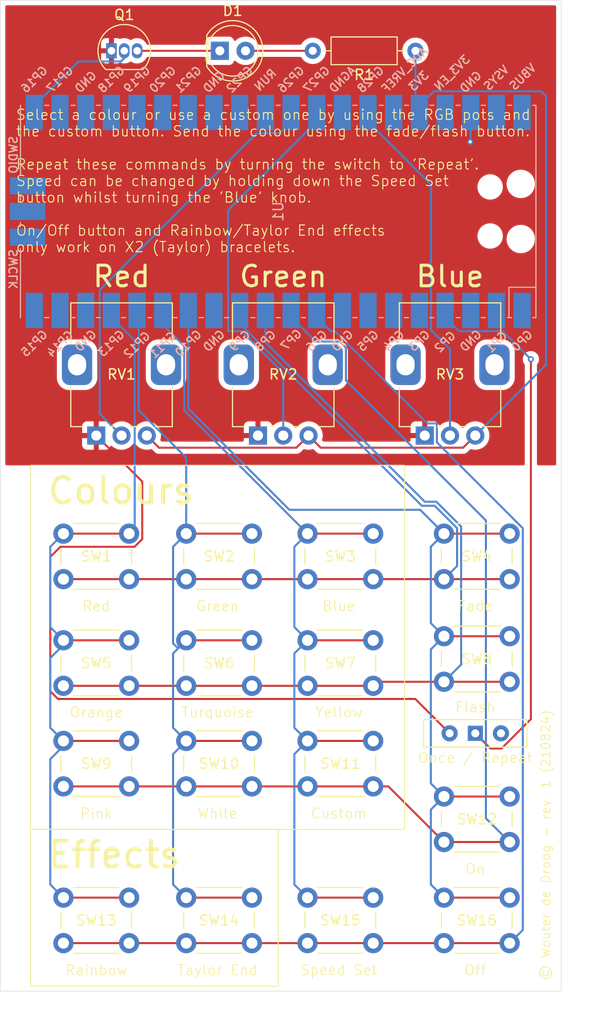
<source format=kicad_pcb>
(kicad_pcb (version 20240108) (generator "pcbnew") (generator_version "8.0")
  (layers (0 "F.Cu" signal) (31 "B.Cu" signal) (34 "B.Paste" user) (35 "F.Paste" user) (36 "B.SilkS" user "B.Silkscreen") (37 "F.SilkS" user "F.Silkscreen") (38 "B.Mask" user) (39 "F.Mask" user) (44 "Edge.Cuts" user))
  (net 0 "")
  (net 1 "Net-(D1-A)")
  (net 2 "Net-(D1-K)")
  (net 3 "GND")
  (net 4 "/LED_SIG")
  (net 5 "/POT_R")
  (net 6 "/POT_G")
  (net 7 "/POT_B")
  (net 8 "/MTX_ROW1")
  (net 15 "/MTX_COL1")
  (net 19 "/MTX_COL2")
  (net 24 "/MTX_COL3")
  (net 26 "/MTX_COL4")
  (net 30 "+3.3V")
  (net 31 "/MTX_ROW2")
  (net 32 "/MTX_ROW3")
  (net 33 "/MTX_ROW4")
  (net 46 "/SW_ONCE_REPEAT")
  (footprint "Pixxy library:Potentiometer_Alps_RK09K_Single_Vertical" (layer "F.Cu") (at 83 76.55 90)
    (property "Reference" "RV3" (at 6.05 2.5 180) (layer "F.SilkS"))
    (property "Value" "RV_BLUE")
    (pad "1" thru_hole rect (at 0 0 90) (size 1.8 1.8) (drill 1) (layers "*.Cu" "*.Mask") (net 3 "GND"))
    (pad "2" thru_hole circle (at 0 2.5 90) (size 1.8 1.8) (drill 1) (layers "*.Cu" "*.Mask") (net 7 "/POT_B"))
    (pad "3" thru_hole circle (at 0 5 90) (size 1.8 1.8) (drill 1) (layers "*.Cu" "*.Mask") (net 30 "+3.3V"))
    (pad "MP" thru_hole roundrect (at 7 -1.9 90) (size 4 3) (drill oval 2.1 1.8) (layers "*.Cu" "*.Mask"))
    (pad "MP" thru_hole roundrect (at 7 6.9 90) (size 4 3) (drill oval 2.1 1.8) (layers "*.Cu" "*.Mask"))
  )
  (footprint "Button_Switch_THT:SW_PUSH_6mm" (layer "F.Cu") (at 59.4 86.25)
    (property "Reference" "SW2" (at 3.25 2.25 0) (layer "F.SilkS"))
    (property "Value" "~")
    (pad "1" thru_hole circle (at 0 0 90) (size 2 2) (drill 1.1) (layers "*.Cu" "*.Mask") (net 19 "/MTX_COL2"))
    (pad "1" thru_hole circle (at 6.5 0 90) (size 2 2) (drill 1.1) (layers "*.Cu" "*.Mask") (net 19 "/MTX_COL2"))
    (pad "2" thru_hole circle (at 0 4.5 90) (size 2 2) (drill 1.1) (layers "*.Cu" "*.Mask") (net 8 "/MTX_ROW1"))
    (pad "2" thru_hole circle (at 6.5 4.5 90) (size 2 2) (drill 1.1) (layers "*.Cu" "*.Mask") (net 8 "/MTX_ROW1"))
  )
  (footprint "Button_Switch_THT:SW_PUSH_6mm" (layer "F.Cu") (at 47.25 96.8)
    (property "Reference" "SW5" (at 3.25 2.25 0) (layer "F.SilkS"))
    (property "Value" "~")
    (pad "1" thru_hole circle (at 0 0 90) (size 2 2) (drill 1.1) (layers "*.Cu" "*.Mask") (net 15 "/MTX_COL1"))
    (pad "1" thru_hole circle (at 6.5 0 90) (size 2 2) (drill 1.1) (layers "*.Cu" "*.Mask") (net 15 "/MTX_COL1"))
    (pad "2" thru_hole circle (at 0 4.5 90) (size 2 2) (drill 1.1) (layers "*.Cu" "*.Mask") (net 31 "/MTX_ROW2"))
    (pad "2" thru_hole circle (at 6.5 4.5 90) (size 2 2) (drill 1.1) (layers "*.Cu" "*.Mask") (net 31 "/MTX_ROW2"))
  )
  (footprint "Button_Switch_THT:SW_Slide-03_Wuerth-WS-SLTV_10x2.5x6.4_P2.54mm" (layer "F.Cu") (at 88 106)
    (property "Reference" "SW17" (hide yes))
    (property "Value" "SW_SPDT")
    (pad "1" thru_hole rect (at 0 0) (size 1.5 1.5) (drill 0.8) (layers "*.Cu" "*.Mask") (net 46 "/SW_ONCE_REPEAT"))
    (pad "2" thru_hole circle (at -2.54 0) (size 1.6 1.6) (drill 0.8) (layers "*.Cu" "*.Mask") (net 3 "GND"))
    (pad "3" thru_hole circle (at 2.54 0) (size 1.6 1.6) (drill 0.8) (layers "*.Cu" "*.Mask"))
  )
  (footprint "Button_Switch_THT:SW_PUSH_6mm" (layer "F.Cu") (at 59.4 96.8)
    (property "Reference" "SW6" (at 3.25 2.25 0) (layer "F.SilkS"))
    (property "Value" "~")
    (pad "1" thru_hole circle (at 0 0 90) (size 2 2) (drill 1.1) (layers "*.Cu" "*.Mask") (net 19 "/MTX_COL2"))
    (pad "1" thru_hole circle (at 6.5 0 90) (size 2 2) (drill 1.1) (layers "*.Cu" "*.Mask") (net 19 "/MTX_COL2"))
    (pad "2" thru_hole circle (at 0 4.5 90) (size 2 2) (drill 1.1) (layers "*.Cu" "*.Mask") (net 31 "/MTX_ROW2"))
    (pad "2" thru_hole circle (at 6.5 4.5 90) (size 2 2) (drill 1.1) (layers "*.Cu" "*.Mask") (net 31 "/MTX_ROW2"))
  )
  (footprint "Button_Switch_THT:SW_PUSH_6mm" (layer "F.Cu") (at 84.9 112.25)
    (property "Reference" "SW12" (at 3.25 2.25 0) (layer "F.SilkS"))
    (property "Value" "~")
    (pad "1" thru_hole circle (at 0 0 90) (size 2 2) (drill 1.1) (layers "*.Cu" "*.Mask") (net 26 "/MTX_COL4"))
    (pad "1" thru_hole circle (at 6.5 0 90) (size 2 2) (drill 1.1) (layers "*.Cu" "*.Mask") (net 26 "/MTX_COL4"))
    (pad "2" thru_hole circle (at 0 4.5 90) (size 2 2) (drill 1.1) (layers "*.Cu" "*.Mask") (net 32 "/MTX_ROW3"))
    (pad "2" thru_hole circle (at 6.5 4.5 90) (size 2 2) (drill 1.1) (layers "*.Cu" "*.Mask") (net 32 "/MTX_ROW3"))
  )
  (footprint "Package_TO_SOT_THT:TO-92_Inline" (layer "F.Cu") (at 52 38.5)
    (property "Reference" "Q1" (at 1.27 -3.56 0) (layer "F.SilkS"))
    (property "Value" "2N3904")
    (pad "1" thru_hole rect (at 0 0) (size 1.05 1.5) (drill 0.75) (layers "*.Cu" "*.Mask") (net 3 "GND"))
    (pad "2" thru_hole oval (at 1.27 0) (size 1.05 1.5) (drill 0.75) (layers "*.Cu" "*.Mask") (net 4 "/LED_SIG"))
    (pad "3" thru_hole oval (at 2.54 0) (size 1.05 1.5) (drill 0.75) (layers "*.Cu" "*.Mask") (net 2 "Net-(D1-K)"))
  )
  (footprint "Pixxy library:Potentiometer_Alps_RK09K_Single_Vertical" (layer "F.Cu") (at 66.5 76.55 90)
    (property "Reference" "RV2" (at 6.05 2.5 180) (layer "F.SilkS"))
    (property "Value" "RV_GREEN")
    (pad "1" thru_hole rect (at 0 0 90) (size 1.8 1.8) (drill 1) (layers "*.Cu" "*.Mask") (net 3 "GND"))
    (pad "2" thru_hole circle (at 0 2.5 90) (size 1.8 1.8) (drill 1) (layers "*.Cu" "*.Mask") (net 6 "/POT_G"))
    (pad "3" thru_hole circle (at 0 5 90) (size 1.8 1.8) (drill 1) (layers "*.Cu" "*.Mask") (net 30 "+3.3V"))
    (pad "MP" thru_hole roundrect (at 7 -1.9 90) (size 4 3) (drill oval 2.1 1.8) (layers "*.Cu" "*.Mask"))
    (pad "MP" thru_hole roundrect (at 7 6.9 90) (size 4 3) (drill oval 2.1 1.8) (layers "*.Cu" "*.Mask"))
  )
  (footprint "Button_Switch_THT:SW_PUSH_6mm" (layer "F.Cu") (at 84.9 86.25)
    (property "Reference" "SW4" (at 3.25 2.25 0) (layer "F.SilkS"))
    (property "Value" "~")
    (pad "1" thru_hole circle (at 0 0 90) (size 2 2) (drill 1.1) (layers "*.Cu" "*.Mask") (net 26 "/MTX_COL4"))
    (pad "1" thru_hole circle (at 6.5 0 90) (size 2 2) (drill 1.1) (layers "*.Cu" "*.Mask") (net 26 "/MTX_COL4"))
    (pad "2" thru_hole circle (at 0 4.5 90) (size 2 2) (drill 1.1) (layers "*.Cu" "*.Mask") (net 8 "/MTX_ROW1"))
    (pad "2" thru_hole circle (at 6.5 4.5 90) (size 2 2) (drill 1.1) (layers "*.Cu" "*.Mask") (net 8 "/MTX_ROW1"))
  )
  (footprint "LED_THT:LED_D5.0mm_IRGrey" (layer "F.Cu") (at 62.725 38.5)
    (property "Reference" "D1" (at 1.27 -3.96 0) (layer "F.SilkS"))
    (property "Value" "LD271")
    (pad "1" thru_hole rect (at 0 0) (size 1.8 1.8) (drill 0.9) (layers "*.Cu" "*.Mask") (net 2 "Net-(D1-K)"))
    (pad "2" thru_hole circle (at 2.54 0) (size 1.8 1.8) (drill 0.9) (layers "*.Cu" "*.Mask") (net 1 "Net-(D1-A)"))
  )
  (footprint "Button_Switch_THT:SW_PUSH_6mm" (layer "F.Cu") (at 71.4 122.25)
    (property "Reference" "SW15" (at 3.25 2.25 0) (layer "F.SilkS"))
    (property "Value" "~")
    (pad "1" thru_hole circle (at 0 0 90) (size 2 2) (drill 1.1) (layers "*.Cu" "*.Mask") (net 24 "/MTX_COL3"))
    (pad "1" thru_hole circle (at 6.5 0 90) (size 2 2) (drill 1.1) (layers "*.Cu" "*.Mask") (net 24 "/MTX_COL3"))
    (pad "2" thru_hole circle (at 0 4.5 90) (size 2 2) (drill 1.1) (layers "*.Cu" "*.Mask") (net 33 "/MTX_ROW4"))
    (pad "2" thru_hole circle (at 6.5 4.5 90) (size 2 2) (drill 1.1) (layers "*.Cu" "*.Mask") (net 33 "/MTX_ROW4"))
  )
  (footprint "Button_Switch_THT:SW_PUSH_6mm" (layer "F.Cu") (at 47.25 86.25)
    (property "Reference" "SW1" (at 3.25 2.25 0) (layer "F.SilkS"))
    (property "Value" "~")
    (pad "1" thru_hole circle (at 0 0 90) (size 2 2) (drill 1.1) (layers "*.Cu" "*.Mask") (net 15 "/MTX_COL1"))
    (pad "1" thru_hole circle (at 6.5 0 90) (size 2 2) (drill 1.1) (layers "*.Cu" "*.Mask") (net 15 "/MTX_COL1"))
    (pad "2" thru_hole circle (at 0 4.5 90) (size 2 2) (drill 1.1) (layers "*.Cu" "*.Mask") (net 8 "/MTX_ROW1"))
    (pad "2" thru_hole circle (at 6.5 4.5 90) (size 2 2) (drill 1.1) (layers "*.Cu" "*.Mask") (net 8 "/MTX_ROW1"))
  )
  (footprint "Button_Switch_THT:SW_PUSH_6mm" (layer "F.Cu") (at 71.4 86.25)
    (property "Reference" "SW3" (at 3.25 2.25 0) (layer "F.SilkS"))
    (property "Value" "~")
    (pad "1" thru_hole circle (at 0 0 90) (size 2 2) (drill 1.1) (layers "*.Cu" "*.Mask") (net 24 "/MTX_COL3"))
    (pad "1" thru_hole circle (at 6.5 0 90) (size 2 2) (drill 1.1) (layers "*.Cu" "*.Mask") (net 24 "/MTX_COL3"))
    (pad "2" thru_hole circle (at 0 4.5 90) (size 2 2) (drill 1.1) (layers "*.Cu" "*.Mask") (net 8 "/MTX_ROW1"))
    (pad "2" thru_hole circle (at 6.5 4.5 90) (size 2 2) (drill 1.1) (layers "*.Cu" "*.Mask") (net 8 "/MTX_ROW1"))
  )
  (footprint "Button_Switch_THT:SW_PUSH_6mm" (layer "F.Cu") (at 59.4 106.75)
    (property "Reference" "SW10" (at 3.25 2.25 0) (layer "F.SilkS"))
    (property "Value" "~")
    (pad "1" thru_hole circle (at 0 0 90) (size 2 2) (drill 1.1) (layers "*.Cu" "*.Mask") (net 19 "/MTX_COL2"))
    (pad "1" thru_hole circle (at 6.5 0 90) (size 2 2) (drill 1.1) (layers "*.Cu" "*.Mask") (net 19 "/MTX_COL2"))
    (pad "2" thru_hole circle (at 0 4.5 90) (size 2 2) (drill 1.1) (layers "*.Cu" "*.Mask") (net 32 "/MTX_ROW3"))
    (pad "2" thru_hole circle (at 6.5 4.5 90) (size 2 2) (drill 1.1) (layers "*.Cu" "*.Mask") (net 32 "/MTX_ROW3"))
  )
  (footprint "Button_Switch_THT:SW_PUSH_6mm" (layer "F.Cu") (at 71.4 106.75)
    (property "Reference" "SW11" (at 3.25 2.25 0) (layer "F.SilkS"))
    (property "Value" "~")
    (pad "1" thru_hole circle (at 0 0 90) (size 2 2) (drill 1.1) (layers "*.Cu" "*.Mask") (net 24 "/MTX_COL3"))
    (pad "1" thru_hole circle (at 6.5 0 90) (size 2 2) (drill 1.1) (layers "*.Cu" "*.Mask") (net 24 "/MTX_COL3"))
    (pad "2" thru_hole circle (at 0 4.5 90) (size 2 2) (drill 1.1) (layers "*.Cu" "*.Mask") (net 32 "/MTX_ROW3"))
    (pad "2" thru_hole circle (at 6.5 4.5 90) (size 2 2) (drill 1.1) (layers "*.Cu" "*.Mask") (net 32 "/MTX_ROW3"))
  )
  (footprint "Button_Switch_THT:SW_PUSH_6mm" (layer "F.Cu") (at 84.9 122.25)
    (property "Reference" "SW16" (at 3.25 2.25 0) (layer "F.SilkS"))
    (property "Value" "~")
    (pad "1" thru_hole circle (at 0 0 90) (size 2 2) (drill 1.1) (layers "*.Cu" "*.Mask") (net 26 "/MTX_COL4"))
    (pad "1" thru_hole circle (at 6.5 0 90) (size 2 2) (drill 1.1) (layers "*.Cu" "*.Mask") (net 26 "/MTX_COL4"))
    (pad "2" thru_hole circle (at 0 4.5 90) (size 2 2) (drill 1.1) (layers "*.Cu" "*.Mask") (net 33 "/MTX_ROW4"))
    (pad "2" thru_hole circle (at 6.5 4.5 90) (size 2 2) (drill 1.1) (layers "*.Cu" "*.Mask") (net 33 "/MTX_ROW4"))
  )
  (footprint "Pixxy library:Potentiometer_Alps_RK09K_Single_Vertical" (layer "F.Cu") (at 50.5 76.55 90)
    (property "Reference" "RV1" (at 6.05 2.5 180) (layer "F.SilkS"))
    (property "Value" "RV_RED")
    (pad "1" thru_hole rect (at 0 0 90) (size 1.8 1.8) (drill 1) (layers "*.Cu" "*.Mask") (net 3 "GND"))
    (pad "2" thru_hole circle (at 0 2.5 90) (size 1.8 1.8) (drill 1) (layers "*.Cu" "*.Mask") (net 5 "/POT_R"))
    (pad "3" thru_hole circle (at 0 5 90) (size 1.8 1.8) (drill 1) (layers "*.Cu" "*.Mask") (net 30 "+3.3V"))
    (pad "MP" thru_hole roundrect (at 7 -1.9 90) (size 4 3) (drill oval 2.1 1.8) (layers "*.Cu" "*.Mask"))
    (pad "MP" thru_hole roundrect (at 7 6.9 90) (size 4 3) (drill oval 2.1 1.8) (layers "*.Cu" "*.Mask"))
  )
  (footprint "Button_Switch_THT:SW_PUSH_6mm" (layer "F.Cu") (at 47.25 122.25)
    (property "Reference" "SW13" (at 3.25 2.25 0) (layer "F.SilkS"))
    (property "Value" "~")
    (pad "1" thru_hole circle (at 0 0 90) (size 2 2) (drill 1.1) (layers "*.Cu" "*.Mask") (net 15 "/MTX_COL1"))
    (pad "1" thru_hole circle (at 6.5 0 90) (size 2 2) (drill 1.1) (layers "*.Cu" "*.Mask") (net 15 "/MTX_COL1"))
    (pad "2" thru_hole circle (at 0 4.5 90) (size 2 2) (drill 1.1) (layers "*.Cu" "*.Mask") (net 33 "/MTX_ROW4"))
    (pad "2" thru_hole circle (at 6.5 4.5 90) (size 2 2) (drill 1.1) (layers "*.Cu" "*.Mask") (net 33 "/MTX_ROW4"))
  )
  (footprint "Button_Switch_THT:SW_PUSH_6mm" (layer "F.Cu") (at 84.9 96.4)
    (property "Reference" "SW8" (at 3.25 2.25 0) (layer "F.SilkS"))
    (property "Value" "~")
    (pad "1" thru_hole circle (at 0 0 90) (size 2 2) (drill 1.1) (layers "*.Cu" "*.Mask") (net 26 "/MTX_COL4"))
    (pad "1" thru_hole circle (at 6.5 0 90) (size 2 2) (drill 1.1) (layers "*.Cu" "*.Mask") (net 26 "/MTX_COL4"))
    (pad "2" thru_hole circle (at 0 4.5 90) (size 2 2) (drill 1.1) (layers "*.Cu" "*.Mask") (net 31 "/MTX_ROW2"))
    (pad "2" thru_hole circle (at 6.5 4.5 90) (size 2 2) (drill 1.1) (layers "*.Cu" "*.Mask") (net 31 "/MTX_ROW2"))
  )
  (footprint "Button_Switch_THT:SW_PUSH_6mm" (layer "F.Cu") (at 71.4 96.8)
    (property "Reference" "SW7" (at 3.25 2.25 0) (layer "F.SilkS"))
    (property "Value" "~")
    (pad "1" thru_hole circle (at 0 0 90) (size 2 2) (drill 1.1) (layers "*.Cu" "*.Mask") (net 24 "/MTX_COL3"))
    (pad "1" thru_hole circle (at 6.5 0 90) (size 2 2) (drill 1.1) (layers "*.Cu" "*.Mask") (net 24 "/MTX_COL3"))
    (pad "2" thru_hole circle (at 0 4.5 90) (size 2 2) (drill 1.1) (layers "*.Cu" "*.Mask") (net 31 "/MTX_ROW2"))
    (pad "2" thru_hole circle (at 6.5 4.5 90) (size 2 2) (drill 1.1) (layers "*.Cu" "*.Mask") (net 31 "/MTX_ROW2"))
  )
  (footprint "Button_Switch_THT:SW_PUSH_6mm" (layer "F.Cu") (at 59.4 122.25)
    (property "Reference" "SW14" (at 3.25 2.25 0) (layer "F.SilkS"))
    (property "Value" "~")
    (pad "1" thru_hole circle (at 0 0 90) (size 2 2) (drill 1.1) (layers "*.Cu" "*.Mask") (net 19 "/MTX_COL2"))
    (pad "1" thru_hole circle (at 6.5 0 90) (size 2 2) (drill 1.1) (layers "*.Cu" "*.Mask") (net 19 "/MTX_COL2"))
    (pad "2" thru_hole circle (at 0 4.5 90) (size 2 2) (drill 1.1) (layers "*.Cu" "*.Mask") (net 33 "/MTX_ROW4"))
    (pad "2" thru_hole circle (at 6.5 4.5 90) (size 2 2) (drill 1.1) (layers "*.Cu" "*.Mask") (net 33 "/MTX_ROW4"))
  )
  (footprint "Resistor_THT:R_Axial_DIN0207_L6.3mm_D2.5mm_P10.16mm_Horizontal" (layer "F.Cu") (at 82.08 38.5 180)
    (property "Reference" "R1" (at 5.08 -2.37 0) (layer "F.SilkS"))
    (property "Value" "10R")
    (pad "1" thru_hole circle (at 0 0 180) (size 1.6 1.6) (drill 0.8) (layers "*.Cu" "*.Mask") (net 30 "+3.3V"))
    (pad "2" thru_hole oval (at 10.16 0 180) (size 1.6 1.6) (drill 0.8) (layers "*.Cu" "*.Mask") (net 1 "Net-(D1-A)"))
  )
  (footprint "Button_Switch_THT:SW_PUSH_6mm" (layer "F.Cu") (at 47.25 106.75)
    (property "Reference" "SW9" (at 3.25 2.25 0) (layer "F.SilkS"))
    (property "Value" "~")
    (pad "1" thru_hole circle (at 0 0 90) (size 2 2) (drill 1.1) (layers "*.Cu" "*.Mask") (net 15 "/MTX_COL1"))
    (pad "1" thru_hole circle (at 6.5 0 90) (size 2 2) (drill 1.1) (layers "*.Cu" "*.Mask") (net 15 "/MTX_COL1"))
    (pad "2" thru_hole circle (at 0 4.5 90) (size 2 2) (drill 1.1) (layers "*.Cu" "*.Mask") (net 32 "/MTX_ROW3"))
    (pad "2" thru_hole circle (at 6.5 4.5 90) (size 2 2) (drill 1.1) (layers "*.Cu" "*.Mask") (net 32 "/MTX_ROW3"))
  )
  (footprint "MCU_RaspberryPi_and_Boards:RPi_Pico_SMD" (layer "B.Cu") (at 68.5 54.39 90)
    (property "Reference" "U1" (at 0 0 90) (layer "B.SilkS") (effects (justify mirror)))
    (property "Value" "Pico")
    (fp_text user "GP7" (at -12.7 1.3 45) (layer "B.SilkS") (effects (font (size 0.8 0.8)) (justify mirror)))
    (fp_text user "GND" (at -12.8 -6.35 45) (layer "B.SilkS") (effects (font (size 0.8 0.8)) (justify mirror)))
    (fp_text user "GP20" (at 13.054 -11.43 45) (layer "B.SilkS") (effects (font (size 0.8 0.8)) (justify mirror)))
    (fp_text user "GP28" (at 13.054 9.144 45) (layer "B.SilkS") (effects (font (size 0.8 0.8)) (justify mirror)))
    (fp_text user "3V3" (at 12.9 13.9 45) (layer "B.SilkS") (effects (font (size 0.8 0.8)) (justify mirror)))
    (fp_text user "GP1" (at -12.9 21.6 45) (layer "B.SilkS") (effects (font (size 0.8 0.8)) (justify mirror)))
    (fp_text user "GP22" (at 13.054 -3.81 45) (layer "B.SilkS") (effects (font (size 0.8 0.8)) (justify mirror)))
    (fp_text user "GND" (at 12.8 -6.35 45) (layer "B.SilkS") (effects (font (size 0.8 0.8)) (justify mirror)))
    (fp_text user "GP4" (at -12.8 11.43 45) (layer "B.SilkS") (effects (font (size 0.8 0.8)) (justify mirror)))
    (fp_text user "GP10" (at -13.054 -8.89 45) (layer "B.SilkS") (effects (font (size 0.8 0.8)) (justify mirror)))
    (fp_text user "RUN" (at 13 -1.27 45) (layer "B.SilkS") (effects (font (size 0.8 0.8)) (justify mirror)))
    (fp_text user "VBUS" (at 13.3 24.2 45) (layer "B.SilkS") (effects (font (size 0.8 0.8)) (justify mirror)))
    (fp_text user "ADC_VREF" (at 14 12.5 45) (layer "B.SilkS") (effects (font (size 0.8 0.8)) (justify mirror)))
    (fp_text user "GP13" (at -13.054 -16.51 45) (layer "B.SilkS") (effects (font (size 0.8 0.8)) (justify mirror)))
    (fp_text user "GP0" (at -12.8 24.13 45) (layer "B.SilkS") (effects (font (size 0.8 0.8)) (justify mirror)))
    (fp_text user "GND" (at -12.8 6.35 45) (layer "B.SilkS") (effects (font (size 0.8 0.8)) (justify mirror)))
    (fp_text user "GP21" (at 13.054 -8.9 45) (layer "B.SilkS") (effects (font (size 0.8 0.8)) (justify mirror)))
    (fp_text user "SWDIO" (at 5.6 -26.2 90) (layer "B.SilkS") (effects (font (size 0.8 0.8)) (justify mirror)))
    (fp_text user "GND" (at -12.8 -19.05 45) (layer "B.SilkS") (effects (font (size 0.8 0.8)) (justify mirror)))
    (fp_text user "GP3" (at -12.8 13.97 45) (layer "B.SilkS") (effects (font (size 0.8 0.8)) (justify mirror)))
    (fp_text user "3V3_EN" (at 13.7 17.2 45) (layer "B.SilkS") (effects (font (size 0.8 0.8)) (justify mirror)))
    (fp_text user "GP14" (at -13.1 -21.59 45) (layer "B.SilkS") (effects (font (size 0.8 0.8)) (justify mirror)))
    (fp_text user "GP9" (at -12.8 -3.81 45) (layer "B.SilkS") (effects (font (size 0.8 0.8)) (justify mirror)))
    (fp_text user "GP11" (at -13.2 -11.43 45) (layer "B.SilkS") (effects (font (size 0.8 0.8)) (justify mirror)))
    (fp_text user "SWCLK" (at -5.7 -26.2 90) (layer "B.SilkS") (effects (font (size 0.8 0.8)) (justify mirror)))
    (fp_text user "GP26" (at 13.054 1.27 45) (layer "B.SilkS") (effects (font (size 0.8 0.8)) (justify mirror)))
    (fp_text user "GP17" (at 13.054 -21.59 45) (layer "B.SilkS") (effects (font (size 0.8 0.8)) (justify mirror)))
    (fp_text user "GP16" (at 13.054 -24.13 45) (layer "B.SilkS") (effects (font (size 0.8 0.8)) (justify mirror)))
    (fp_text user "GP12" (at -13.2 -13.97 45) (layer "B.SilkS") (effects (font (size 0.8 0.8)) (justify mirror)))
    (fp_text user "GP2" (at -12.9 16.51 45) (layer "B.SilkS") (effects (font (size 0.8 0.8)) (justify mirror)))
    (fp_text user "GP27" (at 13.054 3.8 45) (layer "B.SilkS") (effects (font (size 0.8 0.8)) (justify mirror)))
    (fp_text user "GP19" (at 13.054 -13.97 45) (layer "B.SilkS") (effects (font (size 0.8 0.8)) (justify mirror)))
    (fp_text user "GP8" (at -12.8 -1.27 45) (layer "B.SilkS") (effects (font (size 0.8 0.8)) (justify mirror)))
    (fp_text user "AGND" (at 13.054 6.35 45) (layer "B.SilkS") (effects (font (size 0.8 0.8)) (justify mirror)))
    (fp_text user "GND" (at -12.8 19.05 45) (layer "B.SilkS") (effects (font (size 0.8 0.8)) (justify mirror)))
    (fp_text user "GND" (at 12.8 -19.05 45) (layer "B.SilkS") (effects (font (size 0.8 0.8)) (justify mirror)))
    (fp_text user "GP6" (at -12.8 3.81 45) (layer "B.SilkS") (effects (font (size 0.8 0.8)) (justify mirror)))
    (fp_text user "GND" (at 12.8 19.05 45) (layer "B.SilkS") (effects (font (size 0.8 0.8)) (justify mirror)))
    (fp_text user "GP15" (at -13.054 -24.13 45) (layer "B.SilkS") (effects (font (size 0.8 0.8)) (justify mirror)))
    (fp_text user "GP18" (at 13.054 -16.51 45) (layer "B.SilkS") (effects (font (size 0.8 0.8)) (justify mirror)))
    (fp_text user "VSYS" (at 13.2 21.59 45) (layer "B.SilkS") (effects (font (size 0.8 0.8)) (justify mirror)))
    (fp_text user "GP5" (at -12.8 8.89 45) (layer "B.SilkS") (effects (font (size 0.8 0.8)) (justify mirror)))
    (pad "" np_thru_hole oval (at -2.725 24 90) (size 1.8 1.8) (drill 1.8) (layers "*.Cu" "*.Mask"))
    (pad "" np_thru_hole oval (at -2.425 20.97 90) (size 1.5 1.5) (drill 1.5) (layers "*.Cu" "*.Mask"))
    (pad "" np_thru_hole oval (at 2.425 20.97 90) (size 1.5 1.5) (drill 1.5) (layers "*.Cu" "*.Mask"))
    (pad "" np_thru_hole oval (at 2.725 24 90) (size 1.8 1.8) (drill 1.8) (layers "*.Cu" "*.Mask"))
    (pad "1" smd rect (at -8.89 24.13 90) (size 3.5 1.7) (drill (offset -0.9 0)) (layers "B.Cu" "B.Mask"))
    (pad "2" smd rect (at -8.89 21.59 90) (size 3.5 1.7) (drill (offset -0.9 0)) (layers "B.Cu" "B.Mask"))
    (pad "3" smd rect (at -8.89 19.05 90) (size 3.5 1.7) (drill (offset -0.9 0)) (layers "B.Cu" "B.Mask"))
    (pad "4" smd rect (at -8.89 16.51 90) (size 3.5 1.7) (drill (offset -0.9 0)) (layers "B.Cu" "B.Mask") (net 46 "/SW_ONCE_REPEAT"))
    (pad "5" smd rect (at -8.89 13.97 90) (size 3.5 1.7) (drill (offset -0.9 0)) (layers "B.Cu" "B.Mask"))
    (pad "6" smd rect (at -8.89 11.43 90) (size 3.5 1.7) (drill (offset -0.9 0)) (layers "B.Cu" "B.Mask"))
    (pad "7" smd rect (at -8.89 8.89 90) (size 3.5 1.7) (drill (offset -0.9 0)) (layers "B.Cu" "B.Mask"))
    (pad "8" smd rect (at -8.89 6.35 90) (size 3.5 1.7) (drill (offset -0.9 0)) (layers "B.Cu" "B.Mask"))
    (pad "9" smd rect (at -8.89 3.81 90) (size 3.5 1.7) (drill (offset -0.9 0)) (layers "B.Cu" "B.Mask") (net 33 "/MTX_ROW4"))
    (pad "10" smd rect (at -8.89 1.27 90) (size 3.5 1.7) (drill (offset -0.9 0)) (layers "B.Cu" "B.Mask") (net 32 "/MTX_ROW3"))
    (pad "11" smd rect (at -8.89 -1.27 90) (size 3.5 1.7) (drill (offset -0.9 0)) (layers "B.Cu" "B.Mask") (net 31 "/MTX_ROW2"))
    (pad "12" smd rect (at -8.89 -3.81 90) (size 3.5 1.7) (drill (offset -0.9 0)) (layers "B.Cu" "B.Mask") (net 8 "/MTX_ROW1"))
    (pad "13" smd rect (at -8.89 -6.35 90) (size 3.5 1.7) (drill (offset -0.9 0)) (layers "B.Cu" "B.Mask"))
    (pad "14" smd rect (at -8.89 -8.89 90) (size 3.5 1.7) (drill (offset -0.9 0)) (layers "B.Cu" "B.Mask") (net 26 "/MTX_COL4"))
    (pad "15" smd rect (at -8.89 -11.43 90) (size 3.5 1.7) (drill (offset -0.9 0)) (layers "B.Cu" "B.Mask") (net 24 "/MTX_COL3"))
    (pad "16" smd rect (at -8.89 -13.97 90) (size 3.5 1.7) (drill (offset -0.9 0)) (layers "B.Cu" "B.Mask") (net 19 "/MTX_COL2"))
    (pad "17" smd rect (at -8.89 -16.51 90) (size 3.5 1.7) (drill (offset -0.9 0)) (layers "B.Cu" "B.Mask") (net 15 "/MTX_COL1"))
    (pad "18" smd rect (at -8.89 -19.05 90) (size 3.5 1.7) (drill (offset -0.9 0)) (layers "B.Cu" "B.Mask"))
    (pad "19" smd rect (at -8.89 -21.59 90) (size 3.5 1.7) (drill (offset -0.9 0)) (layers "B.Cu" "B.Mask"))
    (pad "20" smd rect (at -8.89 -24.13 90) (size 3.5 1.7) (drill (offset -0.9 0)) (layers "B.Cu" "B.Mask"))
    (pad "21" smd rect (at 8.89 -24.13 90) (size 3.5 1.7) (drill (offset 0.9 0)) (layers "B.Cu" "B.Mask") (net 4 "/LED_SIG"))
    (pad "22" smd rect (at 8.89 -21.59 90) (size 3.5 1.7) (drill (offset 0.9 0)) (layers "B.Cu" "B.Mask"))
    (pad "23" smd rect (at 8.89 -19.05 90) (size 3.5 1.7) (drill (offset 0.9 0)) (layers "B.Cu" "B.Mask"))
    (pad "24" smd rect (at 8.89 -16.51 90) (size 3.5 1.7) (drill (offset 0.9 0)) (layers "B.Cu" "B.Mask"))
    (pad "25" smd rect (at 8.89 -13.97 90) (size 3.5 1.7) (drill (offset 0.9 0)) (layers "B.Cu" "B.Mask"))
    (pad "26" smd rect (at 8.89 -11.43 90) (size 3.5 1.7) (drill (offset 0.9 0)) (layers "B.Cu" "B.Mask"))
    (pad "27" smd rect (at 8.89 -8.89 90) (size 3.5 1.7) (drill (offset 0.9 0)) (layers "B.Cu" "B.Mask"))
    (pad "28" smd rect (at 8.89 -6.35 90) (size 3.5 1.7) (drill (offset 0.9 0)) (layers "B.Cu" "B.Mask"))
    (pad "29" smd rect (at 8.89 -3.81 90) (size 3.5 1.7) (drill (offset 0.9 0)) (layers "B.Cu" "B.Mask"))
    (pad "30" smd rect (at 8.89 -1.27 90) (size 3.5 1.7) (drill (offset 0.9 0)) (layers "B.Cu" "B.Mask"))
    (pad "31" smd rect (at 8.89 1.27 90) (size 3.5 1.7) (drill (offset 0.9 0)) (layers "B.Cu" "B.Mask") (net 5 "/POT_R"))
    (pad "32" smd rect (at 8.89 3.81 90) (size 3.5 1.7) (drill (offset 0.9 0)) (layers "B.Cu" "B.Mask") (net 6 "/POT_G"))
    (pad "33" smd rect (at 8.89 6.35 90) (size 3.5 1.7) (drill (offset 0.9 0)) (layers "B.Cu" "B.Mask"))
    (pad "34" smd rect (at 8.89 8.89 90) (size 3.5 1.7) (drill (offset 0.9 0)) (layers "B.Cu" "B.Mask") (net 7 "/POT_B"))
    (pad "35" smd rect (at 8.89 11.43 90) (size 3.5 1.7) (drill (offset 0.9 0)) (layers "B.Cu" "B.Mask"))
    (pad "36" smd rect (at 8.89 13.97 90) (size 3.5 1.7) (drill (offset 0.9 0)) (layers "B.Cu" "B.Mask") (net 30 "+3.3V"))
    (pad "37" smd rect (at 8.89 16.51 90) (size 3.5 1.7) (drill (offset 0.9 0)) (layers "B.Cu" "B.Mask"))
    (pad "38" smd rect (at 8.89 19.05 90) (size 3.5 1.7) (drill (offset 0.9 0)) (layers "B.Cu" "B.Mask") (net 3 "GND"))
    (pad "39" smd rect (at 8.89 21.59 90) (size 3.5 1.7) (drill (offset 0.9 0)) (layers "B.Cu" "B.Mask"))
    (pad "40" smd rect (at 8.89 24.13 90) (size 3.5 1.7) (drill (offset 0.9 0)) (layers "B.Cu" "B.Mask"))
    (pad "41" smd rect (at -2.54 -23.9) (size 3.5 1.7) (drill (offset -0.9 0)) (layers "B.Cu" "B.Mask"))
    (pad "42" smd rect (at 0 -23.9) (size 3.5 1.7) (drill (offset -0.9 0)) (layers "B.Cu" "B.Mask"))
    (pad "43" smd rect (at 2.54 -23.9) (size 3.5 1.7) (drill (offset -0.9 0)) (layers "B.Cu" "B.Mask"))
  )
  (gr_rect (start 44 115.5) (end 68.5 131) (stroke (width 0.1)) (fill none) (layer "F.SilkS"))
  (gr_rect (start 44 79.5) (end 81 115.5) (stroke (width 0.1)) (fill none) (layer "F.SilkS"))
  (gr_rect (start 41 33.5) (end 96.5 131.5) (stroke (width 0.05)) (fill none) (layer "Edge.Cuts"))
  (gr_text "Effects" (at 45.5 119.5 0) (layer "F.SilkS") (effects (font (size 2.54 2.54) (thickness 0.381)) (justify left bottom)))
  (gr_text "© Wouter de Droog - rev. 1 (210824)" (at 95.5 130.5 90) (layer "F.SilkS") (effects (font (size 0.889 0.889) (thickness 0.1)) (justify left bottom)))
  (gr_text "Fade" (at 88 94 0) (layer "F.SilkS") (effects (font (size 1 1) (thickness 0.1)) (justify bottom)))
  (gr_text "Flash" (at 88 104 0) (layer "F.SilkS") (effects (font (size 1 1) (thickness 0.1)) (justify bottom)))
  (gr_text "Pink" (at 50.5 114.5 0) (layer "F.SilkS") (effects (font (size 1 1) (thickness 0.1)) (justify bottom)))
  (gr_text "Custom" (at 74.5 114.5 0) (layer "F.SilkS") (effects (font (size 1 1) (thickness 0.1)) (justify bottom)))
  (gr_text "Red" (at 53 62 0) (layer "F.SilkS") (effects (font (size 2.032 2.032) (thickness 0.3048)) (justify bottom)))
  (gr_text "White" (at 62.5 114.5 0) (layer "F.SilkS") (effects (font (size 1 1) (thickness 0.1)) (justify bottom)))
  (gr_text "Blue" (at 74.5 94 0) (layer "F.SilkS") (effects (font (size 1 1) (thickness 0.1)) (justify bottom)))
  (gr_text "Taylor End" (at 62.5 130 0) (layer "F.SilkS") (effects (font (size 1 1) (thickness 0.1)) (justify bottom)))
  (gr_text "Colours" (at 45.5 83.5 0) (layer "F.SilkS") (effects (font (size 2.54 2.54) (thickness 0.381)) (justify left bottom)))
  (gr_text "Green" (at 62.5 94 0) (layer "F.SilkS") (effects (font (size 1 1) (thickness 0.1)) (justify bottom)))
  (gr_text "Red" (at 50.5 94 0) (layer "F.SilkS") (effects (font (size 1 1) (thickness 0.1)) (justify bottom)))
  (gr_text "Off" (at 88 130 0) (layer "F.SilkS") (effects (font (size 1 1) (thickness 0.1)) (justify bottom)))
  (gr_text "On" (at 88 120 0) (layer "F.SilkS") (effects (font (size 1 1) (thickness 0.1)) (justify bottom)))
  (gr_text "Rainbow" (at 50.5 130 0) (layer "F.SilkS") (effects (font (size 1 1) (thickness 0.1)) (justify bottom)))
  (gr_text "Green" (at 69 62 0) (layer "F.SilkS") (effects (font (size 2.032 2.032) (thickness 0.3048)) (justify bottom)))
  (gr_text "Yellow" (at 74.5 104.5 0) (layer "F.SilkS") (effects (font (size 1 1) (thickness 0.1)) (justify bottom)))
  (gr_text "Once / Repeat" (at 88 109 0) (layer "F.SilkS") (effects (font (size 1 1) (thickness 0.1)) (justify bottom)))
  (gr_text "Turquoise" (at 62.5 104.5 0) (layer "F.SilkS") (effects (font (size 1 1) (thickness 0.1)) (justify bottom)))
  (gr_text "Orange" (at 50.5 104.5 0) (layer "F.SilkS") (effects (font (size 1 1) (thickness 0.1)) (justify bottom)))
  (gr_text "Speed Set" (at 74.5 130 0) (layer "F.SilkS") (effects (font (size 1 1) (thickness 0.1)) (justify bottom)))
  (gr_text "Select a colour or use a custom one by using the RGB pots and\nthe custom button. Send the colour using the fade/flash button.\n\nRepeat these commands by turning the switch to 'Repeat'.\nSpeed can be changed by holding down the Speed Set\nbutton whilst turning the 'Blue' knob.\n\nOn/Off button and Rainbow/Taylor End effects\nonly work on X2 (Taylor) bracelets." (at 42.5 58.5 0) (layer "F.SilkS") (effects (font (size 1.016 1.016) (thickness 0.1)) (justify left bottom)))
  (gr_text "Blue" (at 85.5 62 0) (layer "F.SilkS") (effects (font (size 2.032 2.032) (thickness 0.3048)) (justify bottom)))
  (segment (start 71.92 38.5) (end 65.265 38.5) (width 0.2) (layer "F.Cu") (net 1))
  (segment (start 62.725 38.5) (end 54.54 38.5) (width 0.2) (layer "F.Cu") (net 2))
  (segment (start 55.05 86.788478) (end 54.288478 87.55) (width 0.2) (layer "F.Cu") (net 3))
  (segment (start 46.95 87.55) (end 45.95 88.55) (width 0.2) (layer "F.Cu") (net 3))
  (segment (start 46.711522 102.6) (end 82.06 102.6) (width 0.2) (layer "F.Cu") (net 3))
  (segment (start 82.06 102.6) (end 85.46 106) (width 0.2) (layer "F.Cu") (net 3))
  (segment (start 54.288478 87.55) (end 46.95 87.55) (width 0.2) (layer "F.Cu") (net 3))
  (segment (start 45.95 101.838478) (end 46.711522 102.6) (width 0.2) (layer "F.Cu") (net 3))
  (segment (start 55.05 81.1) (end 55.05 86.788478) (width 0.2) (layer "F.Cu") (net 3))
  (segment (start 50.5 76.55) (end 55.05 81.1) (width 0.2) (layer "F.Cu") (net 3))
  (segment (start 45.95 88.55) (end 45.95 101.838478) (width 0.2) (layer "F.Cu") (net 3))
  (via (at 87.5 47.5) (size 0.6) (drill 0.3) (layers "F.Cu" "B.Cu") (net 3))
  (segment (start 87.55 47.45) (end 87.5 47.5) (width 0.2) (layer "B.Cu") (net 3))
  (segment (start 87.55 45.5) (end 87.55 47.45) (width 0.2) (layer "B.Cu") (net 3))
  (segment (start 53.27 39.23) (end 53.27 38.5) (width 0.2) (layer "B.Cu") (net 4))
  (segment (start 52.95 39.55) (end 53.27 39.23) (width 0.2) (layer "B.Cu") (net 4))
  (segment (start 44.37 45.5) (end 44.37 43.94) (width 0.2) (layer "B.Cu") (net 4))
  (segment (start 48.76 39.55) (end 52.95 39.55) (width 0.2) (layer "B.Cu") (net 4))
  (segment (start 44.37 43.94) (end 48.76 39.55) (width 0.2) (layer "B.Cu") (net 4))
  (segment (start 50.84 62.16) (end 66.35 46.65) (width 0.2) (layer "B.Cu") (net 5))
  (segment (start 50.84 74.39) (end 50.84 62.16) (width 0.2) (layer "B.Cu") (net 5))
  (segment (start 53 76.55) (end 50.84 74.39) (width 0.2) (layer "B.Cu") (net 5))
  (segment (start 66.35 46.65) (end 68.62 46.65) (width 0.2) (layer "B.Cu") (net 5))
  (segment (start 68.62 46.65) (end 69.77 45.5) (width 0.2) (layer "B.Cu") (net 5))
  (segment (start 63.54 54.27) (end 72.31 45.5) (width 0.2) (layer "B.Cu") (net 6))
  (segment (start 64.879999 66.23) (end 63.54 66.23) (width 0.2) (layer "B.Cu") (net 6))
  (segment (start 69 76.55) (end 69 70.350001) (width 0.2) (layer "B.Cu") (net 6))
  (segment (start 69 70.350001) (end 64.879999 66.23) (width 0.2) (layer "B.Cu") (net 6))
  (segment (start 63.54 66.23) (end 63.54 54.27) (width 0.2) (layer "B.Cu") (net 6))
  (segment (start 85.5 76.55) (end 85.5 68) (width 0.2) (layer "B.Cu") (net 7))
  (segment (start 83.62 66.12) (end 83.62 51.73) (width 0.2) (layer "B.Cu") (net 7))
  (segment (start 85.5 68) (end 83.62 66.12) (width 0.2) (layer "B.Cu") (net 7))
  (segment (start 83.62 51.73) (end 77.39 45.5) (width 0.2) (layer "B.Cu") (net 7))
  (segment (start 71.4 90.75) (end 77.9 90.75) (width 0.2) (layer "F.Cu") (net 8))
  (segment (start 77.9 90.75) (end 84.9 90.75) (width 0.2) (layer "F.Cu") (net 8))
  (segment (start 53.75 90.75) (end 59.4 90.75) (width 0.2) (layer "F.Cu") (net 8))
  (segment (start 65.9 90.75) (end 59.4 90.75) (width 0.2) (layer "F.Cu") (net 8))
  (segment (start 84.9 90.75) (end 91.4 90.75) (width 0.2) (layer "F.Cu") (net 8))
  (segment (start 65.9 90.75) (end 71.4 90.75) (width 0.2) (layer "F.Cu") (net 8))
  (segment (start 47.25 90.75) (end 53.75 90.75) (width 0.2) (layer "F.Cu") (net 8))
  (segment (start 82.707843 83.492157) (end 83.980635 83.492157) (width 0.2) (layer "B.Cu") (net 8))
  (segment (start 64.69 65.474315) (end 82.707843 83.492157) (width 0.2) (layer "B.Cu") (net 8))
  (segment (start 86.2 85.711522) (end 86.2 89.45) (width 0.2) (layer "B.Cu") (net 8))
  (segment (start 83.980635 83.492157) (end 86.2 85.711522) (width 0.2) (layer "B.Cu") (net 8))
  (segment (start 64.69 63.28) (end 64.69 65.474315) (width 0.2) (layer "B.Cu") (net 8))
  (segment (start 86.2 89.45) (end 84.9 90.75) (width 0.2) (layer "B.Cu") (net 8))
  (segment (start 53.75 96.8) (end 47.25 96.8) (width 0.2) (layer "F.Cu") (net 15))
  (segment (start 47.25 122.25) (end 53.75 122.25) (width 0.2) (layer "F.Cu") (net 15))
  (segment (start 53.75 106.75) (end 47.25 106.75) (width 0.2) (layer "F.Cu") (net 15))
  (segment (start 53.75 86.25) (end 47.25 86.25) (width 0.2) (layer "F.Cu") (net 15))
  (segment (start 53.75 86.25) (end 54.3 85.7) (width 0.2) (layer "B.Cu") (net 15))
  (segment (start 54.3 85.7) (end 54.3 67.15) (width 0.2) (layer "B.Cu") (net 15))
  (segment (start 51.99 64.84) (end 51.99 63.28) (width 0.2) (layer "B.Cu") (net 15))
  (segment (start 45.95 108.55) (end 45.95 120.95) (width 0.2) (layer "B.Cu") (net 15))
  (segment (start 45.95 120.95) (end 47.25 122.25) (width 0.2) (layer "B.Cu") (net 15))
  (segment (start 45.95 98.55) (end 45.95 105.45) (width 0.2) (layer "B.Cu") (net 15))
  (segment (start 47.25 96.8) (end 45.95 95.5) (width 0.2) (layer "B.Cu") (net 15))
  (segment (start 47.25 107.25) (end 45.95 108.55) (width 0.2) (layer "B.Cu") (net 15))
  (segment (start 47.25 106.75) (end 47.25 107.25) (width 0.2) (layer "B.Cu") (net 15))
  (segment (start 47.25 96.8) (end 47.25 97.25) (width 0.2) (layer "B.Cu") (net 15))
  (segment (start 45.95 95.5) (end 45.95 87.55) (width 0.2) (layer "B.Cu") (net 15))
  (segment (start 45.95 105.45) (end 47.25 106.75) (width 0.2) (layer "B.Cu") (net 15))
  (segment (start 54.3 67.15) (end 51.99 64.84) (width 0.2) (layer "B.Cu") (net 15))
  (segment (start 45.95 87.55) (end 47.25 86.25) (width 0.2) (layer "B.Cu") (net 15))
  (segment (start 47.25 97.25) (end 45.95 98.55) (width 0.2) (layer "B.Cu") (net 15))
  (segment (start 59.4 86.25) (end 65.9 86.25) (width 0.2) (layer "F.Cu") (net 19))
  (segment (start 65.9 106.75) (end 59.4 106.75) (width 0.2) (layer "F.Cu") (net 19))
  (segment (start 65.9 96.8) (end 59.4 96.8) (width 0.2) (layer "F.Cu") (net 19))
  (segment (start 65.9 122.25) (end 59.4 122.25) (width 0.2) (layer "F.Cu") (net 19))
  (segment (start 58.6 97.6) (end 58.1 97.1) (width 0.2) (layer "B.Cu") (net 19))
  (segment (start 58.1 120.95) (end 59.4 122.25) (width 0.2) (layer "B.Cu") (net 19))
  (segment (start 59.4 106.75) (end 58.1 108.05) (width 0.2) (layer "B.Cu") (net 19))
  (segment (start 58.6 97.6) (end 59.4 96.8) (width 0.2) (layer "B.Cu") (net 19))
  (segment (start 59.4 106.75) (end 58.1 105.45) (width 0.2) (layer "B.Cu") (net 19))
  (segment (start 58.1 97.1) (end 58.1 87.55) (width 0.2) (layer "B.Cu") (net 19))
  (segment (start 58.1 87.55) (end 59.4 86.25) (width 0.2) (layer "B.Cu") (net 19))
  (segment (start 59.4 86.25) (end 59.4 78.752943) (width 0.2) (layer "B.Cu") (net 19))
  (segment (start 58.1 105.45) (end 58.1 98.1) (width 0.2) (layer "B.Cu") (net 19))
  (segment (start 58.1 98.1) (end 58.6 97.6) (width 0.2) (layer "B.Cu") (net 19))
  (segment (start 54.7 63.45) (end 54.53 63.28) (width 0.2) (layer "B.Cu") (net 19))
  (segment (start 58.1 108.05) (end 58.1 120.95) (width 0.2) (layer "B.Cu") (net 19))
  (segment (start 59.4 78.752943) (end 54.7 74.052943) (width 0.2) (layer "B.Cu") (net 19))
  (segment (start 54.7 74.052943) (end 54.7 63.45) (width 0.2) (layer "B.Cu") (net 19))
  (segment (start 77.9 86.25) (end 71.4 86.25) (width 0.2) (layer "F.Cu") (net 24))
  (segment (start 71.4 122.25) (end 77.9 122.25) (width 0.2) (layer "F.Cu") (net 24))
  (segment (start 77.9 96.8) (end 71.4 96.8) (width 0.2) (layer "F.Cu") (net 24))
  (segment (start 77.9 106.75) (end 71.4 106.75) (width 0.2) (layer "F.Cu") (net 24))
  (segment (start 70.1 95.5) (end 71.4 96.8) (width 0.2) (layer "B.Cu") (net 24))
  (segment (start 70.1 120.95) (end 70.1 108.05) (width 0.2) (layer "B.Cu") (net 24))
  (segment (start 59.2 67.7) (end 57.07 65.57) (width 0.2) (layer "B.Cu") (net 24))
  (segment (start 71.4 96.8) (end 70.1 98.1) (width 0.2) (layer "B.Cu") (net 24))
  (segment (start 71.4 86.25) (end 70.1 87.55) (width 0.2) (layer "B.Cu") (net 24))
  (segment (start 70.1 87.55) (end 70.1 95.5) (width 0.2) (layer "B.Cu") (net 24))
  (segment (start 57.07 65.57) (end 57.07 63.28) (width 0.2) (layer "B.Cu") (net 24))
  (segment (start 70.1 105.45) (end 71.4 106.75) (width 0.2) (layer "B.Cu") (net 24))
  (segment (start 71.4 122.25) (end 70.1 120.95) (width 0.2) (layer "B.Cu") (net 24))
  (segment (start 70.1 98.1) (end 70.1 105.45) (width 0.2) (layer "B.Cu") (net 24))
  (segment (start 70.1 108.05) (end 71.4 106.75) (width 0.2) (layer "B.Cu") (net 24))
  (segment (start 59.2 74.05) (end 59.2 67.7) (width 0.2) (layer "B.Cu") (net 24))
  (segment (start 71.4 86.25) (end 59.2 74.05) (width 0.2) (layer "B.Cu") (net 24))
  (segment (start 91.4 112.25) (end 84.9 112.25) (width 0.2) (layer "F.Cu") (net 26))
  (segment (start 91.4 86.25) (end 84.9 86.25) (width 0.2) (layer "F.Cu") (net 26))
  (segment (start 91.4 96.4) (end 84.9 96.4) (width 0.2) (layer "F.Cu") (net 26))
  (segment (start 91.4 122.25) (end 84.9 122.25) (width 0.2) (layer "F.Cu") (net 26))
  (segment (start 59.6 73.884314) (end 59.6 72) (width 0.2) (layer "B.Cu") (net 26))
  (segment (start 82.542157 83.892157) (end 69.607843 83.892157) (width 0.2) (layer "B.Cu") (net 26))
  (segment (start 83.6 113.55) (end 84.9 112.25) (width 0.2) (layer "B.Cu") (net 26))
  (segment (start 83.6 120.95) (end 83.6 113.55) (width 0.2) (layer "B.Cu") (net 26))
  (segment (start 83.6 110.95) (end 83.6 97.7) (width 0.2) (layer "B.Cu") (net 26))
  (segment (start 84.9 112.25) (end 83.6 110.95) (width 0.2) (layer "B.Cu") (net 26))
  (segment (start 83.6 97.7) (end 84.9 96.4) (width 0.2) (layer "B.Cu") (net 26))
  (segment (start 84.9 122.25) (end 83.6 120.95) (width 0.2) (layer "B.Cu") (net 26))
  (segment (start 59.6 72) (end 59.61 71.99) (width 0.2) (layer "B.Cu") (net 26))
  (segment (start 69.607843 83.892157) (end 59.6 73.884314) (width 0.2) (layer "B.Cu") (net 26))
  (segment (start 59.61 71.99) (end 59.61 63.28) (width 0.2) (layer "B.Cu") (net 26))
  (segment (start 83.6 87.55) (end 84.9 86.25) (width 0.2) (layer "B.Cu") (net 26))
  (segment (start 84.9 86.25) (end 82.542157 83.892157) (width 0.2) (layer "B.Cu") (net 26))
  (segment (start 84.9 96.4) (end 83.6 95.1) (width 0.2) (layer "B.Cu") (net 26))
  (segment (start 83.6 95.1) (end 83.6 87.55) (width 0.2) (layer "B.Cu") (net 26))
  (segment (start 55.5 76.55) (end 56.7 77.75) (width 0.2) (layer "F.Cu") (net 30))
  (segment (start 56.7 77.75) (end 70.3 77.75) (width 0.2) (layer "F.Cu") (net 30))
  (segment (start 86.8 77.75) (end 87.717157 76.832843) (width 0.2) (layer "F.Cu") (net 30))
  (segment (start 70.3 77.75) (end 71.5 76.55) (width 0.2) (layer "F.Cu") (net 30))
  (segment (start 71.5 76.55) (end 72.7 77.75) (width 0.2) (layer "F.Cu") (net 30))
  (segment (start 72.7 77.75) (end 86.8 77.75) (width 0.2) (layer "F.Cu") (net 30))
  (segment (start 83.91 42.5) (end 94.5 42.5) (width 0.2) (layer "B.Cu") (net 30))
  (segment (start 82.08 38.5) (end 82.08 45.11) (width 0.2) (layer "B.Cu") (net 30))
  (segment (start 95 43) (end 95 69.55) (width 0.2) (layer "B.Cu") (net 30))
  (segment (start 95 69.55) (end 88 76.55) (width 0.2) (layer "B.Cu") (net 30))
  (segment (start 82.47 43.94) (end 83.91 42.5) (width 0.2) (layer "B.Cu") (net 30))
  (segment (start 82.08 45.11) (end 82.47 45.5) (width 0.2) (layer "B.Cu") (net 30))
  (segment (start 94.5 42.5) (end 95 43) (width 0.2) (layer "B.Cu") (net 30))
  (segment (start 82.47 45.5) (end 82.47 43.94) (width 0.2) (layer "B.Cu") (net 30))
  (segment (start 59.4 101.3) (end 65.9 101.3) (width 0.2) (layer "F.Cu") (net 31))
  (segment (start 78.3 100.9) (end 77.9 101.3) (width 0.2) (layer "F.Cu") (net 31))
  (segment (start 71.4 101.3) (end 77.9 101.3) (width 0.2) (layer "F.Cu") (net 31))
  (segment (start 59.4 101.3) (end 53.75 101.3) (width 0.2) (layer "F.Cu") (net 31))
  (segment (start 84.9 100.9) (end 78.3 100.9) (width 0.2) (layer "F.Cu") (net 31))
  (segment (start 84.9 100.9) (end 91.4 100.9) (width 0.2) (layer "F.Cu") (net 31))
  (segment (start 71.4 101.3) (end 65.9 101.3) (width 0.2) (layer "F.Cu") (net 31))
  (segment (start 47.25 101.3) (end 53.75 101.3) (width 0.2) (layer "F.Cu") (net 31))
  (segment (start 84.146321 83.092157) (end 83 83.092157) (width 0.2) (layer "B.Cu") (net 31))
  (segment (start 84.9 100.9) (end 86.6 99.2) (width 0.2) (layer "B.Cu") (net 31))
  (segment (start 86.6 85.545836) (end 84.146321 83.092157) (width 0.2) (layer "B.Cu") (net 31))
  (segment (start 83 83.092157) (end 67.23 67.322157) (width 0.2) (layer "B.Cu") (net 31))
  (segment (start 86.6 99.2) (end 86.6 85.545836) (width 0.2) (layer "B.Cu") (net 31))
  (segment (start 67.23 67.322157) (end 67.23 63.28) (width 0.2) (layer "B.Cu") (net 31))
  (segment (start 84.9 116.75) (end 91.4 116.75) (width 0.2) (layer "F.Cu") (net 32))
  (segment (start 47.25 111.25) (end 53.75 111.25) (width 0.2) (layer "F.Cu") (net 32))
  (segment (start 77.9 111.25) (end 79.4 111.25) (width 0.2) (layer "F.Cu") (net 32))
  (segment (start 53.75 111.25) (end 59.4 111.25) (width 0.2) (layer "F.Cu") (net 32))
  (segment (start 59.4 111.25) (end 65.9 111.25) (width 0.2) (layer "F.Cu") (net 32))
  (segment (start 79.4 111.25) (end 84.9 116.75) (width 0.2) (layer "F.Cu") (net 32))
  (segment (start 71.4 111.25) (end 77.9 111.25) (width 0.2) (layer "F.Cu") (net 32))
  (segment (start 65.9 111.25) (end 71.4 111.25) (width 0.2) (layer "F.Cu") (net 32))
  (segment (start 89.05 84.95) (end 89.05 114.4) (width 0.2) (layer "B.Cu") (net 32))
  (segment (start 74.584926 67.25) (end 75.2 67.865074) (width 0.2) (layer "B.Cu") (net 32))
  (segment (start 69.77 64.804926) (end 72.215074 67.25) (width 0.2) (layer "B.Cu") (net 32))
  (segment (start 69.77 63.28) (end 69.77 64.804926) (width 0.2) (layer "B.Cu") (net 32))
  (segment (start 72.215074 67.25) (end 74.584926 67.25) (width 0.2) (layer "B.Cu") (net 32))
  (segment (start 89.05 114.4) (end 91.4 116.75) (width 0.2) (layer "B.Cu") (net 32))
  (segment (start 75.2 71.1) (end 89.05 84.95) (width 0.2) (layer "B.Cu") (net 32))
  (segment (start 75.2 67.865074) (end 75.2 71.1) (width 0.2) (layer "B.Cu") (net 32))
  (segment (start 53.75 126.75) (end 47.25 126.75) (width 0.2) (layer "F.Cu") (net 33))
  (segment (start 59.4 126.75) (end 53.75 126.75) (width 0.2) (layer "F.Cu") (net 33))
  (segment (start 59.4 126.75) (end 65.9 126.75) (width 0.2) (layer "F.Cu") (net 33))
  (segment (start 84.9 126.75) (end 91.4 126.75) (width 0.2) (layer "F.Cu") (net 33))
  (segment (start 84.9 126.75) (end 77.9 126.75) (width 0.2) (layer "F.Cu") (net 33))
  (segment (start 77.9 126.75) (end 71.4 126.75) (width 0.2) (layer "F.Cu") (net 33))
  (segment (start 71.4 126.75) (end 65.9 126.75) (width 0.2) (layer "F.Cu") (net 33))
  (segment (start 92.7 125.45) (end 92.7 85.711522) (width 0.2) (layer "B.Cu") (net 33))
  (segment (start 83.250612 75.35) (end 74.130612 66.23) (width 0.2) (layer "B.Cu") (net 33))
  (segment (start 73.7 66.23) (end 72.31 64.84) (width 0.2) (layer "B.Cu") (net 33))
  (segment (start 84.2 77.211522) (end 84.2 75.35) (width 0.2) (layer "B.Cu") (net 33))
  (segment (start 74.130612 66.23) (end 73.7 66.23) (width 0.2) (layer "B.Cu") (net 33))
  (segment (start 84.2 75.35) (end 83.250612 75.35) (width 0.2) (layer "B.Cu") (net 33))
  (segment (start 91.4 126.75) (end 92.7 125.45) (width 0.2) (layer "B.Cu") (net 33))
  (segment (start 92.7 85.711522) (end 84.2 77.211522) (width 0.2) (layer "B.Cu") (net 33))
  (segment (start 72.31 64.84) (end 72.31 63.28) (width 0.2) (layer "B.Cu") (net 33))
  (segment (start 90.595635 107.5) (end 93.5 104.595635) (width 0.2) (layer "F.Cu") (net 46))
  (segment (start 88 106) (end 89.5 107.5) (width 0.2) (layer "F.Cu") (net 46))
  (segment (start 93.5 104.595635) (end 93.5 69) (width 0.2) (layer "F.Cu") (net 46))
  (segment (start 89.5 107.5) (end 90.595635 107.5) (width 0.2) (layer "F.Cu") (net 46))
  (via (at 93.5 69) (size 0.6) (drill 0.3) (layers "F.Cu" "B.Cu") (net 46))
  (segment (start 85.01 64.84) (end 85.01 63.28) (width 0.2) (layer "B.Cu") (net 46))
  (segment (start 93.5 69) (end 90.73 66.23) (width 0.2) (layer "B.Cu") (net 46))
  (segment (start 90.73 66.23) (end 86.4 66.23) (width 0.2) (layer "B.Cu") (net 46))
  (segment (start 86.4 66.23) (end 85.01 64.84) (width 0.2) (layer "B.Cu") (net 46))
  (zone (net 3) (net_name "GND") (layer "F.Cu") (connect_pads (clearance 0.5)) (min_thickness 0.25) (fill yes (thermal_gap 0.5) (thermal_bridge_width 0.5))
    (polygon (pts (xy 41 33.5) (xy 41 79.5) (xy 96.5 79.5) (xy 96.5 33.5)))
  )
)
</source>
